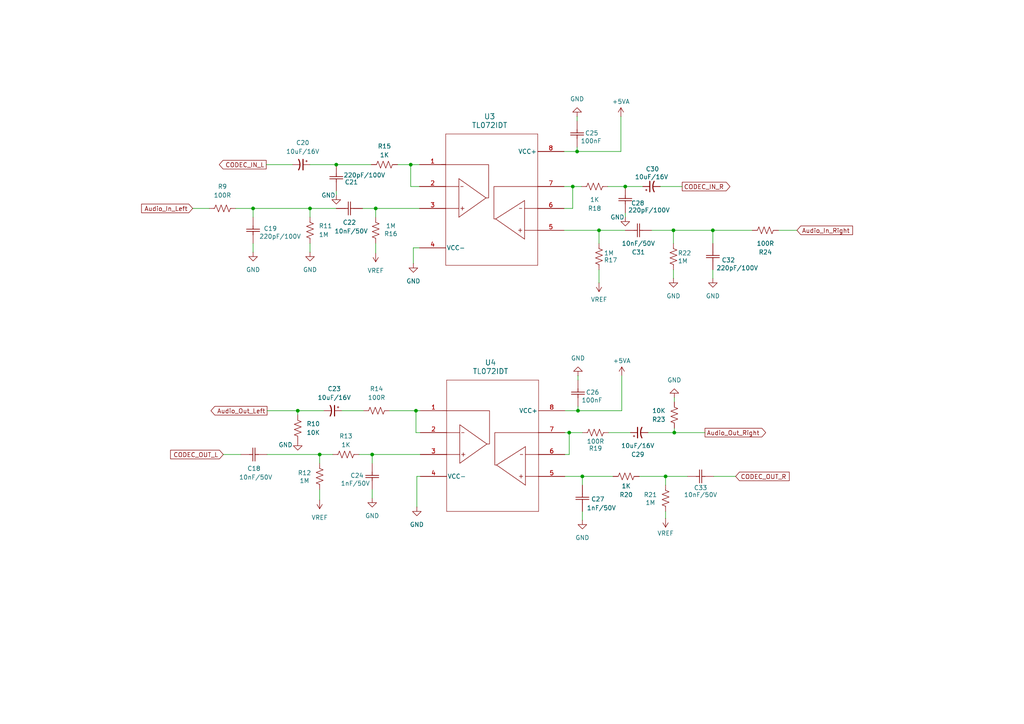
<source format=kicad_sch>
(kicad_sch (version 20231120) (generator "eeschema") (generator_version "8.0")
  (paper "A4")
  (lib_symbols
    (symbol "Digital_Multi_Effect_Pedal:Ceramic_Cap_SMD_10nF_50V" (pin_numbers hide) (pin_names hide)
      (property "Reference" "C" (at 2.286 2.794 0))
      (property "Value" "10nF/50V" (at 0.254 5.334 0))
      (symbol "Ceramic_Cap_SMD_10nF_50V_1_1"
        (polyline (pts (xy 2.54 0) (xy 3.4798 0)) (stroke (width 0.2032)))
        (polyline (pts (xy 3.4798 -1.905) (xy 3.4798 1.905)) (stroke (width 0.2032)))
        (polyline (pts (xy 4.1148 -1.905) (xy 4.1148 1.905)) (stroke (width 0.2032)))
        (polyline (pts (xy 4.1148 0) (xy 5.08 0)) (stroke (width 0.2032)))
        (pin unspecified line (at 0 0 0) (length 2.54) (name "") (number "1"))
        (pin unspecified line (at 7.62 0 180) (length 2.54) (name "") (number "2"))
      )
    )
    (symbol "Digital_Multi_Effect_Pedal:Ceramic_Cap_SMD_220pF_100V" (pin_numbers hide) (pin_names hide)
      (property "Reference" "C" (at 2.286 2.794 0))
      (property "Value" "220pF/100V" (at 0.254 5.334 0))
      (symbol "Ceramic_Cap_SMD_220pF_100V_1_1"
        (polyline (pts (xy 2.54 0) (xy 3.4798 0)) (stroke (width 0.2032)))
        (polyline (pts (xy 3.4798 -1.905) (xy 3.4798 1.905)) (stroke (width 0.2032)))
        (polyline (pts (xy 4.1148 -1.905) (xy 4.1148 1.905)) (stroke (width 0.2032)))
        (polyline (pts (xy 4.1148 0) (xy 5.08 0)) (stroke (width 0.2032)))
        (pin unspecified line (at 0 0 0) (length 2.54) (name "") (number "1"))
        (pin unspecified line (at 7.62 0 180) (length 2.54) (name "") (number "2"))
      )
    )
    (symbol "Digital_Multi_Effect_Pedal:Res_100_0603_1%" (pin_numbers hide) (pin_names hide)
      (property "Reference" "R" (at 3.556 2.54 0))
      (property "Value" "100R/1%/1_10W" (at 4.064 -2.54 0))
      (symbol "Res_100_0603_1%_0_1"
        (polyline (pts (xy 1.524 0) (xy 1.27 0)))
        (polyline (pts (xy 6.096 0) (xy 6.35 0)))
        (polyline (pts (xy 1.524 0) (xy 1.905 1.016) (xy 2.286 0) (xy 2.667 -1.016) (xy 3.048 0)))
        (polyline (pts (xy 3.048 0) (xy 3.429 1.016) (xy 3.81 0) (xy 4.191 -1.016) (xy 4.572 0)))
        (polyline (pts (xy 4.572 0) (xy 4.953 1.016) (xy 5.334 0) (xy 5.715 -1.016) (xy 6.096 0)))
      )
      (symbol "Res_100_0603_1%_1_1"
        (pin passive line (at 0 0 0) (length 1.27) (name "~") (number "1"))
        (pin passive line (at 7.62 0 180) (length 1.27) (name "~") (number "2"))
      )
    )
    (symbol "Digital_Multi_Effect_Pedal:TL072IDT" (pin_names (offset 0.254))
      (property "Reference" "U" (at 51.562 56.388 0))
      (property "Value" "TL072IDT" (at 51.562 53.848 0))
      (symbol "TL072IDT_0_1"
        (polyline (pts (xy 38.1 12.7) (xy 64.77 12.7)) (stroke (width 0.127)))
        (polyline (pts (xy 38.1 50.8) (xy 38.1 12.7)) (stroke (width 0.127)))
        (polyline (pts (xy 64.77 12.7) (xy 64.77 50.8)) (stroke (width 0.127)))
        (polyline (pts (xy 64.77 50.8) (xy 38.1 50.8)) (stroke (width 0.127)))
        (pin power_in line (at 30.48 22.86 0) (length 7.62) (name "VCC-") (number "4"))
      )
      (symbol "TL072IDT_1_1"
        (polyline (pts (xy 38.1 29.21) (xy 41.91 29.21)))
        (polyline (pts (xy 38.1 30.48) (xy 38.1 30.48)))
        (polyline (pts (xy 38.1 35.56) (xy 41.91 35.56)))
        (polyline (pts (xy 41.91 26.67) (xy 41.91 37.846)))
        (polyline (pts (xy 42.418 29.21) (xy 43.434 29.21)))
        (polyline (pts (xy 42.418 35.56) (xy 43.18 35.56)))
        (polyline (pts (xy 42.926 29.718) (xy 42.926 28.702)))
        (polyline (pts (xy 49.276 33.274) (xy 49.276 33.274)))
        (polyline (pts (xy 54.864 26.416) (xy 54.864 26.416)))
        (polyline (pts (xy 59.69 22.352) (xy 59.69 23.368)))
        (polyline (pts (xy 60.198 22.86) (xy 59.182 22.86)))
        (polyline (pts (xy 60.198 29.21) (xy 59.436 29.21)))
        (polyline (pts (xy 60.96 31.496) (xy 60.96 20.32)))
        (polyline (pts (xy 64.77 22.86) (xy 60.96 22.86)))
        (polyline (pts (xy 64.77 29.21) (xy 60.96 29.21)))
        (polyline (pts (xy 41.91 37.846) (xy 49.784 32.258) (xy 41.91 26.67)))
        (polyline (pts (xy 60.96 20.32) (xy 52.578 26.162) (xy 60.96 31.496)))
        (polyline (pts (xy 49.784 32.258) (xy 50.546 32.258) (xy 50.546 41.91) (xy 36.83 41.91)))
        (polyline (pts (xy 52.578 26.162) (xy 52.07 26.162) (xy 52.07 35.56) (xy 64.77 35.56)))
        (pin output line (at 30.48 41.91 0) (length 7.62) (name "") (number "1"))
        (pin input line (at 30.48 35.56 0) (length 7.62) (name "") (number "2"))
        (pin input line (at 30.48 29.21 0) (length 7.62) (name "") (number "3"))
        (pin input line (at 72.39 22.86 180) (length 7.62) (name "") (number "5"))
        (pin input line (at 72.39 29.21 180) (length 7.62) (name "") (number "6"))
        (pin output line (at 72.39 35.56 180) (length 7.62) (name "") (number "7"))
        (pin power_in line (at 72.39 41.91 180) (length 7.62) (name "VCC+") (number "8"))
      )
    )
    (symbol "TL072IDT_1" (pin_names (offset 0.254))
      (property "Reference" "U" (at 51.562 56.388 0))
      (property "Value" "TL072IDT" (at 51.562 53.848 0))
      (symbol "TL072IDT_1_0_1"
        (polyline (pts (xy 38.1 12.7) (xy 64.77 12.7)) (stroke (width 0.127)))
        (polyline (pts (xy 38.1 50.8) (xy 38.1 12.7)) (stroke (width 0.127)))
        (polyline (pts (xy 64.77 12.7) (xy 64.77 50.8)) (stroke (width 0.127)))
        (polyline (pts (xy 64.77 50.8) (xy 38.1 50.8)) (stroke (width 0.127)))
        (pin power_in line (at 30.48 17.78 0) (length 7.62) (name "VCC-") (number "4"))
      )
      (symbol "TL072IDT_1_1_1"
        (polyline (pts (xy 38.1 29.21) (xy 41.91 29.21)))
        (polyline (pts (xy 38.1 30.48) (xy 38.1 30.48)))
        (polyline (pts (xy 38.1 35.56) (xy 41.91 35.56)))
        (polyline (pts (xy 41.91 26.67) (xy 41.91 37.846)))
        (polyline (pts (xy 42.418 29.21) (xy 43.434 29.21)))
        (polyline (pts (xy 42.418 35.56) (xy 43.18 35.56)))
        (polyline (pts (xy 42.926 29.718) (xy 42.926 28.702)))
        (polyline (pts (xy 49.276 33.274) (xy 49.276 33.274)))
        (polyline (pts (xy 54.864 26.416) (xy 54.864 26.416)))
        (polyline (pts (xy 59.69 22.352) (xy 59.69 23.368)))
        (polyline (pts (xy 60.198 22.86) (xy 59.182 22.86)))
        (polyline (pts (xy 60.198 29.21) (xy 59.436 29.21)))
        (polyline (pts (xy 60.96 31.496) (xy 60.96 20.32)))
        (polyline (pts (xy 64.77 22.86) (xy 60.96 22.86)))
        (polyline (pts (xy 64.77 29.21) (xy 60.96 29.21)))
        (polyline (pts (xy 41.91 37.846) (xy 49.784 32.258) (xy 41.91 26.67)))
        (polyline (pts (xy 60.96 20.32) (xy 52.578 26.162) (xy 60.96 31.496)))
        (polyline (pts (xy 49.784 32.258) (xy 50.546 32.258) (xy 50.546 41.91) (xy 36.83 41.91)))
        (polyline (pts (xy 52.578 26.162) (xy 52.07 26.162) (xy 52.07 35.56) (xy 64.77 35.56)))
        (pin output line (at 30.48 41.91 0) (length 7.62) (name "") (number "1"))
        (pin input line (at 30.48 35.56 0) (length 7.62) (name "") (number "2"))
        (pin input line (at 30.48 29.21 0) (length 7.62) (name "") (number "3"))
        (pin input line (at 72.39 22.86 180) (length 7.62) (name "") (number "5"))
        (pin input line (at 72.39 29.21 180) (length 7.62) (name "") (number "6"))
        (pin output line (at 72.39 35.56 180) (length 7.62) (name "") (number "7"))
        (pin power_in line (at 72.39 45.72 180) (length 7.62) (name "VCC+") (number "8"))
      )
    )
    (symbol "charge_battery_sym_lib:Cap_Tantalum_10uF_16V" (pin_numbers hide) (pin_names (offset 1.016) hide)
      (property "Reference" "C" (at 0 3.81 0))
      (property "Value" "10uF/16V" (at 0 -5.08 0))
      (symbol "Cap_Tantalum_10uF_16V_0_1"
        (polyline (pts (xy 1.016 -1.27) (xy 1.016 -0.762)))
        (polyline (pts (xy 1.27 -1.016) (xy 0.762 -1.016)))
        (polyline (pts (xy 2.032 -1.524) (xy 2.032 1.524)) (stroke (width 0.3048)))
        (arc (start 3.302 1.524) (mid 2.9134 0) (end 3.302 -1.524) (stroke (width 0.3048)))
      )
      (symbol "Cap_Tantalum_10uF_16V_1_1"
        (pin passive line (at 0 0 0) (length 2.032) (name "~") (number "1"))
        (pin passive line (at 5.08 0 180) (length 2.032) (name "~") (number "2"))
      )
    )
    (symbol "charge_battery_sym_lib:Ceramic_Cap_SMD_100nF_16V" (pin_numbers hide) (pin_names hide)
      (property "Reference" "C" (at 1.016 2.794 0))
      (property "Value" "100nF/16V" (at 0.254 5.334 0))
      (symbol "Ceramic_Cap_SMD_100nF_16V_1_1"
        (polyline (pts (xy 1.27 0) (xy 2.2098 0)) (stroke (width 0.2032)))
        (polyline (pts (xy 2.2098 -1.905) (xy 2.2098 1.905)) (stroke (width 0.2032)))
        (polyline (pts (xy 2.8448 -1.905) (xy 2.8448 1.905)) (stroke (width 0.2032)))
        (polyline (pts (xy 2.8448 0) (xy 3.81 0)) (stroke (width 0.2032)))
        (pin unspecified line (at -1.27 0 0) (length 2.54) (name "") (number "1"))
        (pin unspecified line (at 6.35 0 180) (length 2.54) (name "") (number "2"))
      )
    )
    (symbol "charge_battery_sym_lib:Ceramic_Cap_SMD_1nF_50V" (pin_numbers hide) (pin_names hide)
      (property "Reference" "C" (at 1.016 2.794 0))
      (property "Value" "1nF/50V" (at 0.254 5.334 0))
      (symbol "Ceramic_Cap_SMD_1nF_50V_1_1"
        (polyline (pts (xy 1.27 0) (xy 2.2098 0)) (stroke (width 0.2032)))
        (polyline (pts (xy 2.2098 -1.905) (xy 2.2098 1.905)) (stroke (width 0.2032)))
        (polyline (pts (xy 2.8448 -1.905) (xy 2.8448 1.905)) (stroke (width 0.2032)))
        (polyline (pts (xy 2.8448 0) (xy 3.81 0)) (stroke (width 0.2032)))
        (pin unspecified line (at -1.27 0 0) (length 2.54) (name "") (number "1"))
        (pin unspecified line (at 6.35 0 180) (length 2.54) (name "") (number "2"))
      )
    )
    (symbol "charge_battery_sym_lib:Res_10K_0603_1%" (pin_numbers hide) (pin_names hide)
      (property "Reference" "R" (at 2.794 3.81 0))
      (property "Value" "10K/1%/1_10W" (at 4.064 -2.54 0))
      (symbol "Res_10K_0603_1%_0_1"
        (polyline (pts (xy 1.524 0) (xy 1.27 0)))
        (polyline (pts (xy 6.096 0) (xy 6.35 0)))
        (polyline (pts (xy 1.524 0) (xy 1.905 1.016) (xy 2.286 0) (xy 2.667 -1.016) (xy 3.048 0)))
        (polyline (pts (xy 3.048 0) (xy 3.429 1.016) (xy 3.81 0) (xy 4.191 -1.016) (xy 4.572 0)))
        (polyline (pts (xy 4.572 0) (xy 4.953 1.016) (xy 5.334 0) (xy 5.715 -1.016) (xy 6.096 0)))
      )
      (symbol "Res_10K_0603_1%_1_1"
        (pin passive line (at 0 0 0) (length 1.27) (name "~") (number "1"))
        (pin passive line (at 7.62 0 180) (length 1.27) (name "~") (number "2"))
      )
    )
    (symbol "charge_battery_sym_lib:Res_1K_0603_1%" (pin_numbers hide) (pin_names hide)
      (property "Reference" "R" (at 3.556 2.54 0))
      (property "Value" "1K/1%/1_10W" (at 4.064 -2.54 0))
      (symbol "Res_1K_0603_1%_0_1"
        (polyline (pts (xy 1.524 0) (xy 1.27 0)))
        (polyline (pts (xy 6.096 0) (xy 6.35 0)))
        (polyline (pts (xy 1.524 0) (xy 1.905 1.016) (xy 2.286 0) (xy 2.667 -1.016) (xy 3.048 0)))
        (polyline (pts (xy 3.048 0) (xy 3.429 1.016) (xy 3.81 0) (xy 4.191 -1.016) (xy 4.572 0)))
        (polyline (pts (xy 4.572 0) (xy 4.953 1.016) (xy 5.334 0) (xy 5.715 -1.016) (xy 6.096 0)))
      )
      (symbol "Res_1K_0603_1%_1_1"
        (pin passive line (at 0 0 0) (length 1.27) (name "~") (number "1"))
        (pin passive line (at 7.62 0 180) (length 1.27) (name "~") (number "2"))
      )
    )
    (symbol "charge_battery_sym_lib:Res_1M_0603_1%" (pin_numbers hide) (pin_names hide)
      (property "Reference" "R" (at 3.556 2.54 0))
      (property "Value" "1M/1%/1_10W" (at 4.064 -2.54 0))
      (symbol "Res_1M_0603_1%_0_1"
        (polyline (pts (xy 1.524 0) (xy 1.27 0)))
        (polyline (pts (xy 6.096 0) (xy 6.35 0)))
        (polyline (pts (xy 1.524 0) (xy 1.905 1.016) (xy 2.286 0) (xy 2.667 -1.016) (xy 3.048 0)))
        (polyline (pts (xy 3.048 0) (xy 3.429 1.016) (xy 3.81 0) (xy 4.191 -1.016) (xy 4.572 0)))
        (polyline (pts (xy 4.572 0) (xy 4.953 1.016) (xy 5.334 0) (xy 5.715 -1.016) (xy 6.096 0)))
      )
      (symbol "Res_1M_0603_1%_1_1"
        (pin passive line (at 0 0 0) (length 1.27) (name "~") (number "1"))
        (pin passive line (at 7.62 0 180) (length 1.27) (name "~") (number "2"))
      )
    )
    (symbol "power:+5V" (power) (pin_numbers hide) (pin_names (offset 0) hide)
      (property "Value" "+5V" (at 0 3.556 0))
      (symbol "+5V_0_1"
        (polyline (pts (xy -0.762 1.27) (xy 0 2.54)))
        (polyline (pts (xy 0 0) (xy 0 2.54)))
        (polyline (pts (xy 0 2.54) (xy 0.762 1.27)))
      )
      (symbol "+5V_1_1"
        (pin power_in line (at 0 0 90) (length 0) (name "~") (number "1"))
      )
    )
    (symbol "power:GND" (power) (pin_numbers hide) (pin_names (offset 0) hide)
      (property "Value" "GND" (at 0 -3.81 0))
      (symbol "GND_0_1"
        (polyline (pts (xy 0 0) (xy 0 -1.27) (xy 1.27 -1.27) (xy 0 -2.54) (xy -1.27 -1.27) (xy 0 -1.27)))
      )
      (symbol "GND_1_1"
        (pin power_in line (at 0 0 270) (length 0) (name "~") (number "1"))
      )
    )
    (symbol "power:VBUS" (power) (pin_numbers hide) (pin_names (offset 0) hide)
      (property "Value" "VBUS" (at 0 3.556 0))
      (symbol "VBUS_0_1"
        (polyline (pts (xy -0.762 1.27) (xy 0 2.54)))
        (polyline (pts (xy 0 0) (xy 0 2.54)))
        (polyline (pts (xy 0 2.54) (xy 0.762 1.27)))
      )
      (symbol "VBUS_1_1"
        (pin power_in line (at 0 0 90) (length 0) (name "~") (number "1"))
      )
    )
  )
  (junction (at 120.65 119.126))
  (junction (at 181.356 54.102))
  (junction (at 119.126 47.752))
  (junction (at 173.736 66.802))
  (junction (at 86.36 119.126))
  (junction (at 165.1 125.476))
  (junction (at 97.536 47.752))
  (junction (at 108.966 60.452))
  (junction (at 167.386 43.942))
  (junction (at 73.406 60.452))
  (junction (at 166.116 54.102))
  (junction (at 92.71 131.826))
  (junction (at 195.326 66.802))
  (junction (at 193.04 138.176))
  (junction (at 167.64 119.126))
  (junction (at 168.91 138.176))
  (junction (at 89.916 60.452))
  (junction (at 206.756 66.802))
  (junction (at 107.95 131.826))
  (junction (at 195.58 125.476))
  (wire (pts (xy 92.71 134.366) (xy 92.71 131.826)))
  (wire (pts (xy 77.47 119.126) (xy 86.36 119.126)))
  (wire (pts (xy 195.326 66.802) (xy 195.326 70.612)))
  (wire (pts (xy 73.406 60.452) (xy 73.406 62.992)))
  (wire (pts (xy 173.736 78.232) (xy 173.736 82.042)))
  (wire (pts (xy 120.65 119.126) (xy 121.92 119.126)))
  (wire (pts (xy 188.976 66.802) (xy 195.326 66.802)))
  (wire (pts (xy 104.14 131.826) (xy 107.95 131.826)))
  (wire (pts (xy 89.916 70.612) (xy 89.916 73.152)))
  (wire (pts (xy 166.116 54.102) (xy 163.576 54.102)))
  (wire (pts (xy 204.47 125.476) (xy 195.58 125.476)))
  (wire (pts (xy 176.276 54.102) (xy 181.356 54.102)))
  (wire (pts (xy 89.916 60.452) (xy 89.916 62.992)))
  (wire (pts (xy 173.736 66.802) (xy 173.736 70.612)))
  (wire (pts (xy 108.966 62.992) (xy 108.966 60.452)))
  (wire (pts (xy 115.316 47.752) (xy 119.126 47.752)))
  (wire (pts (xy 73.406 70.612) (xy 73.406 73.152)))
  (wire (pts (xy 167.386 33.782) (xy 167.386 35.052)))
  (wire (pts (xy 168.91 138.176) (xy 168.91 140.716)))
  (wire (pts (xy 167.386 43.942) (xy 163.576 43.942)))
  (wire (pts (xy 168.656 54.102) (xy 166.116 54.102)))
  (wire (pts (xy 165.1 131.826) (xy 165.1 125.476)))
  (wire (pts (xy 163.576 60.452) (xy 166.116 60.452)))
  (wire (pts (xy 108.966 70.612) (xy 108.966 73.406)))
  (wire (pts (xy 167.64 119.126) (xy 180.34 119.126)))
  (wire (pts (xy 120.65 125.476) (xy 120.65 119.126)))
  (wire (pts (xy 64.77 131.826) (xy 69.85 131.826)))
  (wire (pts (xy 167.386 43.942) (xy 180.086 43.942)))
  (wire (pts (xy 187.96 125.476) (xy 195.58 125.476)))
  (wire (pts (xy 193.04 138.176) (xy 185.42 138.176)))
  (wire (pts (xy 206.756 78.232) (xy 206.756 80.772)))
  (wire (pts (xy 89.916 60.452) (xy 97.536 60.452)))
  (wire (pts (xy 173.736 66.802) (xy 181.356 66.802)))
  (wire (pts (xy 97.536 47.752) (xy 107.696 47.752)))
  (wire (pts (xy 193.04 140.716) (xy 193.04 138.176)))
  (wire (pts (xy 105.156 60.452) (xy 108.966 60.452)))
  (wire (pts (xy 195.326 78.232) (xy 195.326 80.772)))
  (wire (pts (xy 193.04 150.368) (xy 193.04 148.336)))
  (wire (pts (xy 163.576 66.802) (xy 173.736 66.802)))
  (wire (pts (xy 167.64 117.856) (xy 167.64 119.126)))
  (wire (pts (xy 213.36 138.176) (xy 207.01 138.176)))
  (wire (pts (xy 182.88 125.476) (xy 176.53 125.476)))
  (wire (pts (xy 186.436 54.102) (xy 181.356 54.102)))
  (wire (pts (xy 165.1 125.476) (xy 163.83 125.476)))
  (wire (pts (xy 206.756 66.802) (xy 218.186 66.802)))
  (wire (pts (xy 168.91 125.476) (xy 165.1 125.476)))
  (wire (pts (xy 89.916 47.752) (xy 97.536 47.752)))
  (wire (pts (xy 181.356 61.722) (xy 181.356 62.992)))
  (wire (pts (xy 180.086 43.942) (xy 180.086 33.782)))
  (wire (pts (xy 195.58 125.476) (xy 195.58 124.206)))
  (wire (pts (xy 167.64 119.126) (xy 163.83 119.126)))
  (wire (pts (xy 121.666 54.102) (xy 119.126 54.102)))
  (wire (pts (xy 168.91 138.176) (xy 163.83 138.176)))
  (wire (pts (xy 120.904 138.176) (xy 120.904 147.066)))
  (wire (pts (xy 121.666 71.882) (xy 119.888 71.882)))
  (wire (pts (xy 107.95 131.826) (xy 121.92 131.826)))
  (wire (pts (xy 86.36 119.126) (xy 86.36 120.396)))
  (wire (pts (xy 163.83 131.826) (xy 165.1 131.826)))
  (wire (pts (xy 167.386 42.672) (xy 167.386 43.942)))
  (wire (pts (xy 113.03 119.126) (xy 120.65 119.126)))
  (wire (pts (xy 121.92 125.476) (xy 120.65 125.476)))
  (wire (pts (xy 180.34 119.126) (xy 180.34 108.966)))
  (wire (pts (xy 121.92 138.176) (xy 120.904 138.176)))
  (wire (pts (xy 55.88 60.452) (xy 60.706 60.452)))
  (wire (pts (xy 92.71 141.986) (xy 92.71 145.034)))
  (wire (pts (xy 77.47 131.826) (xy 92.71 131.826)))
  (wire (pts (xy 108.966 60.452) (xy 121.666 60.452)))
  (wire (pts (xy 97.536 55.372) (xy 97.536 56.642)))
  (wire (pts (xy 197.866 54.102) (xy 191.516 54.102)))
  (wire (pts (xy 231.14 66.802) (xy 225.806 66.802)))
  (wire (pts (xy 77.216 47.752) (xy 84.836 47.752)))
  (wire (pts (xy 119.126 54.102) (xy 119.126 47.752)))
  (wire (pts (xy 107.95 131.826) (xy 107.95 134.366)))
  (wire (pts (xy 195.58 115.316) (xy 195.58 116.586)))
  (wire (pts (xy 119.126 47.752) (xy 121.666 47.752)))
  (wire (pts (xy 199.39 138.176) (xy 193.04 138.176)))
  (wire (pts (xy 92.71 131.826) (xy 96.52 131.826)))
  (wire (pts (xy 119.888 71.882) (xy 119.888 76.454)))
  (wire (pts (xy 167.64 108.966) (xy 167.64 110.236)))
  (wire (pts (xy 168.91 138.176) (xy 177.8 138.176)))
  (wire (pts (xy 195.326 66.802) (xy 206.756 66.802)))
  (wire (pts (xy 93.98 119.126) (xy 86.36 119.126)))
  (wire (pts (xy 68.326 60.452) (xy 73.406 60.452)))
  (wire (pts (xy 166.116 60.452) (xy 166.116 54.102)))
  (wire (pts (xy 168.91 148.336) (xy 168.91 150.876)))
  (wire (pts (xy 206.756 66.802) (xy 206.756 70.612)))
  (wire (pts (xy 99.06 119.126) (xy 105.41 119.126)))
  (wire (pts (xy 107.95 141.986) (xy 107.95 144.526)))
  (wire (pts (xy 73.406 60.452) (xy 89.916 60.452)))
  (global_label "Audio_Out_Right" (shape output) (at 204.47 125.476 0) (property "Intersheetrefs" "${INTERSHEET_REFS}" (effects (hide yes))))
  (global_label "Audio_Out_Left" (shape output) (at 77.47 119.126 180) (property "Intersheetrefs" "${INTERSHEET_REFS}" (effects (hide yes))))
  (global_label "Audio_In_Left" (shape input) (at 55.88 60.452 180) (property "Intersheetrefs" "${INTERSHEET_REFS}" (effects (hide yes))))
  (global_label "CODEC_OUT_L" (shape input) (at 64.77 131.826 180) (property "Intersheetrefs" "${INTERSHEET_REFS}" (effects (hide yes))))
  (global_label "CODEC_OUT_R" (shape input) (at 213.36 138.176 0) (property "Intersheetrefs" "${INTERSHEET_REFS}" (effects (hide yes))))
  (global_label "CODEC_IN_R" (shape output) (at 197.866 54.102 0) (property "Intersheetrefs" "${INTERSHEET_REFS}" (effects (hide yes))))
  (global_label "CODEC_IN_L" (shape output) (at 77.216 47.752 180) (property "Intersheetrefs" "${INTERSHEET_REFS}" (effects (hide yes))))
  (global_label "Audio_In_Right" (shape input) (at 231.14 66.802 0) (property "Intersheetrefs" "${INTERSHEET_REFS}" (effects (hide yes))))
  (symbol (lib_id "power:GND") (at 89.916 73.152 0) (unit 1)
    (property "Reference" "#PWR037" (effects (hide yes)))
    (property "Value" "GND" (at 89.916 78.232 0))
    (property "Description" "Power symbol creates a global label with name \"GND\" , ground" (effects (hide yes)))
  )
  (symbol (lib_id "power:GND") (at 86.36 128.016 0) (unit 1)
    (property "Reference" "#PWR036" (effects (hide yes)))
    (property "Value" "GND" (at 82.804 129.032 0))
    (property "Description" "Power symbol creates a global label with name \"GND\" , ground" (effects (hide yes)))
  )
  (symbol (lib_id "charge_battery_sym_lib:Cap_Tantalum_10uF_16V") (at 99.06 119.126 180) (unit 1)
    (property "Reference" "C23" (at 96.9518 112.776 0))
    (property "Value" "10uF/16V" (at 96.9518 115.316 0))
    (property "Footprint" "charge_battery_footprint_lib:Tan_Cap_A" (effects (hide yes)))
    (property "Description" "TAJA105K016RNJ" (effects (hide yes)))
    (property "Supply name" "Thegioiic" (effects (hide yes)))
    (property "Supply part number" "Tụ Tantalum 10uF 16V 1206 TAJA106K016RNJ" (effects (hide yes)))
    (property "Supply URL" "https://www.thegioiic.com/tu-tantalum-10uf-16v-1206-taja106k016rnj" (effects (hide yes)))
  )
  (symbol (lib_id "Digital_Multi_Effect_Pedal:Res_100_0603_1%") (at 105.41 119.126 0) (unit 1)
    (property "Reference" "R14" (at 109.22 112.776 0))
    (property "Value" "100R" (at 109.22 115.316 0))
    (property "Footprint" "charge_battery_footprint_lib:Res_0603" (effects (hide yes)))
    (property "Datasheet" "https://fscdn.rohm.com/en/products/databook/datasheet/passive/resistor/chip_resistor/esr-e.pdf" (effects (hide yes)))
    (property "Description" "Res 100R 0603 1%" (effects (hide yes)))
    (property "Supply name" "Thegioiic" (effects (hide yes)))
    (property "Supply part number" "Điện Trở 100R 0603 1%" (effects (hide yes)))
    (property "Supply URL" "https://www.thegioiic.com/products?search=tro+100" (effects (hide yes)))
  )
  (symbol (lib_id "Digital_Multi_Effect_Pedal:Res_100_0603_1%") (at 176.53 125.476 180) (unit 1)
    (property "Reference" "R19" (at 172.72 130.048 0))
    (property "Value" "100R" (at 172.72 128.016 0))
    (property "Footprint" "charge_battery_footprint_lib:Res_0603" (effects (hide yes)))
    (property "Datasheet" "https://fscdn.rohm.com/en/products/databook/datasheet/passive/resistor/chip_resistor/esr-e.pdf" (effects (hide yes)))
    (property "Description" "Res 100R 0603 1%" (effects (hide yes)))
    (property "Supply name" "Thegioiic" (effects (hide yes)))
    (property "Supply part number" "Điện Trở 100R 0603 1%" (effects (hide yes)))
    (property "Supply URL" "https://www.thegioiic.com/products?search=tro+100" (effects (hide yes)))
  )
  (symbol (lib_id "charge_battery_sym_lib:Cap_Tantalum_10uF_16V") (at 89.916 47.752 180) (unit 1)
    (property "Reference" "C20" (at 87.8078 41.402 0))
    (property "Value" "10uF/16V" (at 87.8078 43.942 0))
    (property "Footprint" "charge_battery_footprint_lib:Tan_Cap_A" (effects (hide yes)))
    (property "Description" "TAJA105K016RNJ" (effects (hide yes)))
    (property "Supply name" "Thegioiic" (effects (hide yes)))
    (property "Supply part number" "Tụ Tantalum 10uF 16V 1206 TAJA106K016RNJ" (effects (hide yes)))
    (property "Supply URL" "https://www.thegioiic.com/tu-tantalum-10uf-16v-1206-taja106k016rnj" (effects (hide yes)))
  )
  (symbol (lib_name "TL072IDT_1") (lib_id "Digital_Multi_Effect_Pedal:TL072IDT") (at 91.186 89.662 0) (unit 1)
    (property "Reference" "U3" (at 142.0177 33.782 0) (effects (font (size 1.524 1.524))))
    (property "Value" "TL072IDT" (at 142.0177 36.322 0) (effects (font (size 1.524 1.524))))
    (property "Footprint" "Digital_Multi_Effect_Pedal:D8_STM" (effects (hide yes)))
    (property "Datasheet" "TL072IDT" (effects (hide yes)))
  )
  (symbol (lib_id "charge_battery_sym_lib:Res_1M_0603_1%") (at 89.916 70.612 90) (unit 1)
    (property "Reference" "R11" (at 92.456 65.5319 90) (effects (justify right)))
    (property "Value" "1M" (at 92.456 68.0719 90) (effects (justify right)))
    (property "Footprint" "charge_battery_footprint_lib:Res_0603" (effects (hide yes)))
    (property "Description" "Res 1MOhm 0603 1%" (effects (hide yes)))
    (property "Supply name" "Thegioiic" (effects (hide yes)))
    (property "Supply part number" "Điện Trở 1 MOhm 0603 1%" (effects (hide yes)))
    (property "Supply URL" "https://www.thegioiic.com/dien-tro-1-mohm-0603-1-" (effects (hide yes)))
  )
  (symbol (lib_id "charge_battery_sym_lib:Res_1K_0603_1%") (at 107.696 47.752 0) (unit 1)
    (property "Reference" "R15" (at 111.506 42.418 0))
    (property "Value" "1K" (at 111.506 44.958 0))
    (property "Footprint" "charge_battery_footprint_lib:Res_0603" (effects (hide yes)))
    (property "Datasheet" "https://fscdn.rohm.com/en/products/databook/datasheet/passive/resistor/chip_resistor/esr-e.pdf" (effects (hide yes)))
    (property "Description" "Res 1 KOhm 0603 1%" (effects (hide yes)))
    (property "Supply name" "Thegioiic" (effects (hide yes)))
    (property "Supply part number" "Điện Trở 1 KOhm 0603 1%" (effects (hide yes)))
    (property "Supply URL" "https://www.thegioiic.com/dien-tro-1-kohm-0603-1-" (effects (hide yes)))
  )
  (symbol (lib_id "power:GND") (at 73.406 73.152 0) (unit 1)
    (property "Reference" "#PWR035" (effects (hide yes)))
    (property "Value" "GND" (at 73.406 78.232 0))
    (property "Description" "Power symbol creates a global label with name \"GND\" , ground" (effects (hide yes)))
  )
  (symbol (lib_id "charge_battery_sym_lib:Res_1M_0603_1%") (at 108.966 62.992 270) (unit 1)
    (property "Reference" "R16" (at 115.316 67.818 90) (effects (justify right)))
    (property "Value" "1M" (at 114.808 65.532 90) (effects (justify right)))
    (property "Footprint" "charge_battery_footprint_lib:Res_0603" (effects (hide yes)))
    (property "Description" "Res 1MOhm 0603 1%" (effects (hide yes)))
    (property "Supply name" "Thegioiic" (effects (hide yes)))
    (property "Supply part number" "Điện Trở 1 MOhm 0603 1%" (effects (hide yes)))
    (property "Supply URL" "https://www.thegioiic.com/dien-tro-1-mohm-0603-1-" (effects (hide yes)))
  )
  (symbol (lib_id "charge_battery_sym_lib:Cap_Tantalum_10uF_16V") (at 182.88 125.476 0) (unit 1)
    (property "Reference" "C29" (at 184.9882 131.826 0))
    (property "Value" "10uF/16V" (at 184.9882 129.286 0))
    (property "Footprint" "charge_battery_footprint_lib:Tan_Cap_A" (effects (hide yes)))
    (property "Description" "TAJA105K016RNJ" (effects (hide yes)))
    (property "Supply name" "Thegioiic" (effects (hide yes)))
    (property "Supply part number" "Tụ Tantalum 10uF 16V 1206 TAJA106K016RNJ" (effects (hide yes)))
    (property "Supply URL" "https://www.thegioiic.com/tu-tantalum-10uf-16v-1206-taja106k016rnj" (effects (hide yes)))
  )
  (symbol (lib_id "power:VBUS") (at 173.736 82.042 180) (unit 1)
    (property "Reference" "#PWR047" (effects (hide yes)))
    (property "Value" "VREF" (at 173.736 86.868 0))
    (property "Description" "Power symbol creates a global label with name \"VBUS\"" (effects (hide yes)))
  )
  (symbol (lib_id "Digital_Multi_Effect_Pedal:Ceramic_Cap_SMD_10nF_50V") (at 207.01 138.176 180) (unit 1)
    (property "Reference" "C33" (at 203.2 141.478 0))
    (property "Value" "10nF/50V" (at 203.2 143.51 0))
    (property "Footprint" "charge_battery_footprint_lib:Ceramic_Cap_0603" (effects (hide yes)))
    (property "Datasheet" "https://www.mouser.vn/datasheet/2/40/KYOCERA_AutoMLCCKAM-3106308.pdf" (effects (hide yes)))
    (property "Description" "10%, 0603 (1608 Metric)" (effects (hide yes)))
    (property "Supply name" "Thegioiic" (effects (hide yes)))
    (property "Supply part number" "Tụ Gốm 0603 10nF 50V" (effects (hide yes)))
    (property "Supply URL" "https://www.thegioiic.com/tu-gom-0603-10nf-50v" (effects (hide yes)))
  )
  (symbol (lib_id "charge_battery_sym_lib:Ceramic_Cap_SMD_100nF_16V") (at 167.64 111.506 270) (unit 1)
    (property "Reference" "C26" (at 169.926 113.792 90) (effects (justify left)))
    (property "Value" "100nF" (at 168.656 116.078 90) (effects (justify left)))
    (property "Footprint" "charge_battery_footprint_lib:Ceramic_Cap_0603" (effects (hide yes)))
    (property "Datasheet" "https://www.mouser.vn/datasheet/2/40/KYOCERA_AutoMLCCKAM-3106308.pdf" (effects (hide yes)))
    (property "Description" "10%, 0603 (1608 Metric)" (effects (hide yes)))
    (property "Supply name" "Thegioiic" (effects (hide yes)))
    (property "Supply part number" "Tụ Gốm 0603 100nF (0.1uF) 16V" (effects (hide yes)))
    (property "Supply URL" "https://www.thegioiic.com/tu-gom-0603-100nf-0-1uf-16v" (effects (hide yes)))
  )
  (symbol (lib_id "Digital_Multi_Effect_Pedal:TL072IDT") (at 91.44 161.036 0) (unit 1)
    (property "Reference" "U4" (at 142.2717 105.156 0) (effects (font (size 1.524 1.524))))
    (property "Value" "TL072IDT" (at 142.2717 107.696 0) (effects (font (size 1.524 1.524))))
    (property "Footprint" "Digital_Multi_Effect_Pedal:D8_STM" (effects (hide yes)))
    (property "Datasheet" "TL072IDT" (effects (hide yes)))
  )
  (symbol (lib_id "power:GND") (at 181.356 62.992 0) (unit 1)
    (property "Reference" "#PWR050" (effects (hide yes)))
    (property "Value" "GND" (at 179.07 62.992 0))
    (property "Description" "Power symbol creates a global label with name \"GND\" , ground" (effects (hide yes)))
  )
  (symbol (lib_id "charge_battery_sym_lib:Res_10K_0603_1%") (at 195.58 116.586 270) (unit 1)
    (property "Reference" "R23" (at 193.04 121.6661 90) (effects (justify right)))
    (property "Value" "10K" (at 193.04 119.1261 90) (effects (justify right)))
    (property "Footprint" "charge_battery_footprint_lib:Res_0603" (effects (hide yes)))
    (property "Datasheet" "https://fscdn.rohm.com/en/products/databook/datasheet/passive/resistor/chip_resistor/esr-e.pdf" (effects (hide yes)))
    (property "Description" "Res 10 KOhm 0603 1%" (effects (hide yes)))
    (property "Supply name" "Thegioiic" (effects (hide yes)))
    (property "Supply part number" "Điện Trở 10 KOhm 0603 1%" (effects (hide yes)))
    (property "Supply URL" "https://www.thegioiic.com/dien-tro-10-kohm-0603-1-" (effects (hide yes)))
  )
  (symbol (lib_id "charge_battery_sym_lib:Res_1M_0603_1%") (at 92.71 141.986 90) (unit 1)
    (property "Reference" "R12" (at 86.36 137.16 90) (effects (justify right)))
    (property "Value" "1M" (at 86.868 139.446 90) (effects (justify right)))
    (property "Footprint" "charge_battery_footprint_lib:Res_0603" (effects (hide yes)))
    (property "Description" "Res 1MOhm 0603 1%" (effects (hide yes)))
    (property "Supply name" "Thegioiic" (effects (hide yes)))
    (property "Supply part number" "Điện Trở 1 MOhm 0603 1%" (effects (hide yes)))
    (property "Supply URL" "https://www.thegioiic.com/dien-tro-1-mohm-0603-1-" (effects (hide yes)))
  )
  (symbol (lib_id "charge_battery_sym_lib:Ceramic_Cap_SMD_1nF_50V") (at 168.91 147.066 90) (unit 1)
    (property "Reference" "C27" (at 171.45 144.78 90) (effects (justify right)))
    (property "Value" "1nF/50V" (at 170.18 147.32 90) (effects (justify right)))
    (property "Footprint" "charge_battery_footprint_lib:Ceramic_Cap_0603" (effects (hide yes)))
    (property "Datasheet" "https://www.mouser.vn/datasheet/2/40/KYOCERA_AutoMLCCKAM-3106308.pdf" (effects (hide yes)))
    (property "Description" "10%, 0603 (1608 Metric)" (effects (hide yes)))
    (property "Supply name" "Thegioiic" (effects (hide yes)))
    (property "Supply part number" "Tụ Gốm 0603 1nF 50V" (effects (hide yes)))
    (property "Supply URL" "https://www.thegioiic.com/tu-gom-0603-1nf-50v" (effects (hide yes)))
  )
  (symbol (lib_id "charge_battery_sym_lib:Res_1K_0603_1%") (at 176.276 54.102 180) (unit 1)
    (property "Reference" "R18" (at 172.466 60.452 0))
    (property "Value" "1K" (at 172.466 57.912 0))
    (property "Footprint" "charge_battery_footprint_lib:Res_0603" (effects (hide yes)))
    (property "Datasheet" "https://fscdn.rohm.com/en/products/databook/datasheet/passive/resistor/chip_resistor/esr-e.pdf" (effects (hide yes)))
    (property "Description" "Res 1 KOhm 0603 1%" (effects (hide yes)))
    (property "Supply name" "Thegioiic" (effects (hide yes)))
    (property "Supply part number" "Điện Trở 1 KOhm 0603 1%" (effects (hide yes)))
    (property "Supply URL" "https://www.thegioiic.com/dien-tro-1-kohm-0603-1-" (effects (hide yes)))
  )
  (symbol (lib_id "Digital_Multi_Effect_Pedal:Ceramic_Cap_SMD_10nF_50V") (at 97.536 60.452 0) (unit 1)
    (property "Reference" "C22" (at 101.346 64.516 0))
    (property "Value" "10nF/50V" (at 101.854 67.056 0))
    (property "Footprint" "charge_battery_footprint_lib:Ceramic_Cap_0603" (effects (hide yes)))
    (property "Datasheet" "https://www.mouser.vn/datasheet/2/40/KYOCERA_AutoMLCCKAM-3106308.pdf" (effects (hide yes)))
    (property "Description" "10%, 0603 (1608 Metric)" (effects (hide yes)))
    (property "Supply name" "Thegioiic" (effects (hide yes)))
    (property "Supply part number" "Tụ Gốm 0603 10nF 50V" (effects (hide yes)))
    (property "Supply URL" "https://www.thegioiic.com/tu-gom-0603-10nf-50v" (effects (hide yes)))
  )
  (symbol (lib_id "Digital_Multi_Effect_Pedal:Res_100_0603_1%") (at 225.806 66.802 180) (unit 1)
    (property "Reference" "R24" (at 221.996 73.152 0))
    (property "Value" "100R" (at 221.996 70.612 0))
    (property "Footprint" "charge_battery_footprint_lib:Res_0603" (effects (hide yes)))
    (property "Datasheet" "https://fscdn.rohm.com/en/products/databook/datasheet/passive/resistor/chip_resistor/esr-e.pdf" (effects (hide yes)))
    (property "Description" "Res 100R 0603 1%" (effects (hide yes)))
    (property "Supply name" "Thegioiic" (effects (hide yes)))
    (property "Supply part number" "Điện Trở 100R 0603 1%" (effects (hide yes)))
    (property "Supply URL" "https://www.thegioiic.com/products?search=tro+100" (effects (hide yes)))
  )
  (symbol (lib_id "power:+5V") (at 180.34 108.966 0) (unit 1)
    (property "Reference" "#PWR049" (effects (hide yes)))
    (property "Value" "+5VA" (at 180.34 104.648 0))
    (property "Description" "Power symbol creates a global label with name \"+5V\"" (effects (hide yes)))
  )
  (symbol (lib_id "power:GND") (at 168.91 150.876 0) (unit 1)
    (property "Reference" "#PWR046" (effects (hide yes)))
    (property "Value" "GND" (at 168.91 155.956 0))
    (property "Description" "Power symbol creates a global label with name \"GND\" , ground" (effects (hide yes)))
  )
  (symbol (lib_id "charge_battery_sym_lib:Cap_Tantalum_10uF_16V") (at 186.436 54.102 0) (unit 1)
    (property "Reference" "C30" (at 189.23 49.022 0))
    (property "Value" "10uF/16V" (at 188.976 51.308 0))
    (property "Footprint" "charge_battery_footprint_lib:Tan_Cap_A" (effects (hide yes)))
    (property "Description" "TAJA105K016RNJ" (effects (hide yes)))
    (property "Supply name" "Thegioiic" (effects (hide yes)))
    (property "Supply part number" "Tụ Tantalum 10uF 16V 1206 TAJA106K016RNJ" (effects (hide yes)))
    (property "Supply URL" "https://www.thegioiic.com/tu-tantalum-10uf-16v-1206-taja106k016rnj" (effects (hide yes)))
  )
  (symbol (lib_id "Digital_Multi_Effect_Pedal:Ceramic_Cap_SMD_220pF_100V") (at 73.406 62.992 270) (unit 1)
    (property "Reference" "C19" (at 76.454 66.294 90) (effects (justify left)))
    (property "Value" "220pF/100V" (at 75.184 68.58 90) (effects (justify left)))
    (property "Footprint" "charge_battery_footprint_lib:Ceramic_Cap_0603" (effects (hide yes)))
    (property "Datasheet" "https://www.mouser.vn/datasheet/2/40/KYOCERA_AutoMLCCKAM-3106308.pdf" (effects (hide yes)))
    (property "Description" "10%, 0603 (1608 Metric)" (effects (hide yes)))
    (property "Supply name" "Thegioiic" (effects (hide yes)))
    (property "Supply part number" "Tụ Gốm 0603 220pF 100V" (effects (hide yes)))
    (property "Supply URL" "https://www.thegioiic.com/products?search=tu+220p" (effects (hide yes)))
  )
  (symbol (lib_id "Digital_Multi_Effect_Pedal:Ceramic_Cap_SMD_220pF_100V") (at 181.356 54.102 270) (unit 1)
    (property "Reference" "C28" (at 186.944 58.928 90) (effects (justify right)))
    (property "Value" "220pF/100V" (at 194.31 60.96 90) (effects (justify right)))
    (property "Footprint" "charge_battery_footprint_lib:Ceramic_Cap_0603" (effects (hide yes)))
    (property "Datasheet" "https://www.mouser.vn/datasheet/2/40/KYOCERA_AutoMLCCKAM-3106308.pdf" (effects (hide yes)))
    (property "Description" "10%, 0603 (1608 Metric)" (effects (hide yes)))
    (property "Supply name" "Thegioiic" (effects (hide yes)))
    (property "Supply part number" "Tụ Gốm 0603 220pF 100V" (effects (hide yes)))
    (property "Supply URL" "https://www.thegioiic.com/products?search=tu+220p" (effects (hide yes)))
  )
  (symbol (lib_id "Digital_Multi_Effect_Pedal:Res_100_0603_1%") (at 60.706 60.452 0) (unit 1)
    (property "Reference" "R9" (at 64.516 54.102 0))
    (property "Value" "100R" (at 64.516 56.642 0))
    (property "Footprint" "charge_battery_footprint_lib:Res_0603" (effects (hide yes)))
    (property "Datasheet" "https://fscdn.rohm.com/en/products/databook/datasheet/passive/resistor/chip_resistor/esr-e.pdf" (effects (hide yes)))
    (property "Description" "Res 100R 0603 1%" (effects (hide yes)))
    (property "Supply name" "Thegioiic" (effects (hide yes)))
    (property "Supply part number" "Điện Trở 100R 0603 1%" (effects (hide yes)))
    (property "Supply URL" "https://www.thegioiic.com/products?search=tro+100" (effects (hide yes)))
  )
  (symbol (lib_id "Digital_Multi_Effect_Pedal:Ceramic_Cap_SMD_220pF_100V") (at 97.536 47.752 270) (unit 1)
    (property "Reference" "C21" (at 103.886 52.832 90) (effects (justify right)))
    (property "Value" "220pF/100V" (at 111.76 50.8 90) (effects (justify right)))
    (property "Footprint" "charge_battery_footprint_lib:Ceramic_Cap_0603" (effects (hide yes)))
    (property "Datasheet" "https://www.mouser.vn/datasheet/2/40/KYOCERA_AutoMLCCKAM-3106308.pdf" (effects (hide yes)))
    (property "Description" "10%, 0603 (1608 Metric)" (effects (hide yes)))
    (property "Supply name" "Thegioiic" (effects (hide yes)))
    (property "Supply part number" "Tụ Gốm 0603 220pF 100V" (effects (hide yes)))
    (property "Supply URL" "https://www.thegioiic.com/products?search=tu+220p" (effects (hide yes)))
  )
  (symbol (lib_id "power:GND") (at 107.95 144.526 0) (unit 1)
    (property "Reference" "#PWR040" (effects (hide yes)))
    (property "Value" "GND" (at 107.95 149.606 0))
    (property "Description" "Power symbol creates a global label with name \"GND\" , ground" (effects (hide yes)))
  )
  (symbol (lib_id "power:+5V") (at 180.086 33.782 0) (unit 1)
    (property "Reference" "#PWR048" (effects (hide yes)))
    (property "Value" "+5VA" (at 180.086 29.464 0))
    (property "Description" "Power symbol creates a global label with name \"+5V\"" (effects (hide yes)))
  )
  (symbol (lib_id "power:GND") (at 167.386 33.782 180) (unit 1)
    (property "Reference" "#PWR044" (effects (hide yes)))
    (property "Value" "GND" (at 167.386 28.702 0))
    (property "Description" "Power symbol creates a global label with name \"GND\" , ground" (effects (hide yes)))
  )
  (symbol (lib_id "power:VBUS") (at 92.71 145.034 180) (unit 1)
    (property "Reference" "#PWR038" (effects (hide yes)))
    (property "Value" "VREF" (at 92.71 150.114 0))
    (property "Description" "Power symbol creates a global label with name \"VBUS\"" (effects (hide yes)))
  )
  (symbol (lib_id "charge_battery_sym_lib:Res_1M_0603_1%") (at 195.326 78.232 90) (unit 1)
    (property "Reference" "R22" (at 196.596 73.406 90) (effects (justify right)))
    (property "Value" "1M" (at 196.596 75.692 90) (effects (justify right)))
    (property "Footprint" "charge_battery_footprint_lib:Res_0603" (effects (hide yes)))
    (property "Description" "Res 1MOhm 0603 1%" (effects (hide yes)))
    (property "Supply name" "Thegioiic" (effects (hide yes)))
    (property "Supply part number" "Điện Trở 1 MOhm 0603 1%" (effects (hide yes)))
    (property "Supply URL" "https://www.thegioiic.com/dien-tro-1-mohm-0603-1-" (effects (hide yes)))
  )
  (symbol (lib_id "Digital_Multi_Effect_Pedal:Ceramic_Cap_SMD_10nF_50V") (at 188.976 66.802 180) (unit 1)
    (property "Reference" "C31" (at 185.166 73.152 0))
    (property "Value" "10nF/50V" (at 185.166 70.612 0))
    (property "Footprint" "charge_battery_footprint_lib:Ceramic_Cap_0603" (effects (hide yes)))
    (property "Datasheet" "https://www.mouser.vn/datasheet/2/40/KYOCERA_AutoMLCCKAM-3106308.pdf" (effects (hide yes)))
    (property "Description" "10%, 0603 (1608 Metric)" (effects (hide yes)))
    (property "Supply name" "Thegioiic" (effects (hide yes)))
    (property "Supply part number" "Tụ Gốm 0603 10nF 50V" (effects (hide yes)))
    (property "Supply URL" "https://www.thegioiic.com/tu-gom-0603-10nf-50v" (effects (hide yes)))
  )
  (symbol (lib_id "power:VBUS") (at 108.966 73.406 180) (unit 1)
    (property "Reference" "#PWR041" (effects (hide yes)))
    (property "Value" "VREF" (at 108.966 78.486 0))
    (property "Description" "Power symbol creates a global label with name \"VBUS\"" (effects (hide yes)))
  )
  (symbol (lib_id "charge_battery_sym_lib:Res_10K_0603_1%") (at 86.36 128.016 90) (unit 1)
    (property "Reference" "R10" (at 88.9 122.9359 90) (effects (justify right)))
    (property "Value" "10K" (at 88.9 125.4759 90) (effects (justify right)))
    (property "Footprint" "charge_battery_footprint_lib:Res_0603" (effects (hide yes)))
    (property "Datasheet" "https://fscdn.rohm.com/en/products/databook/datasheet/passive/resistor/chip_resistor/esr-e.pdf" (effects (hide yes)))
    (property "Description" "Res 10 KOhm 0603 1%" (effects (hide yes)))
    (property "Supply name" "Thegioiic" (effects (hide yes)))
    (property "Supply part number" "Điện Trở 10 KOhm 0603 1%" (effects (hide yes)))
    (property "Supply URL" "https://www.thegioiic.com/dien-tro-10-kohm-0603-1-" (effects (hide yes)))
  )
  (symbol (lib_id "power:GND") (at 206.756 80.772 0) (unit 1)
    (property "Reference" "#PWR054" (effects (hide yes)))
    (property "Value" "GND" (at 206.756 85.852 0))
    (property "Description" "Power symbol creates a global label with name \"GND\" , ground" (effects (hide yes)))
  )
  (symbol (lib_id "charge_battery_sym_lib:Res_1K_0603_1%") (at 185.42 138.176 180) (unit 1)
    (property "Reference" "R20" (at 181.61 143.51 0))
    (property "Value" "1K" (at 181.61 140.97 0))
    (property "Footprint" "charge_battery_footprint_lib:Res_0603" (effects (hide yes)))
    (property "Datasheet" "https://fscdn.rohm.com/en/products/databook/datasheet/passive/resistor/chip_resistor/esr-e.pdf" (effects (hide yes)))
    (property "Description" "Res 1 KOhm 0603 1%" (effects (hide yes)))
    (property "Supply name" "Thegioiic" (effects (hide yes)))
    (property "Supply part number" "Điện Trở 1 KOhm 0603 1%" (effects (hide yes)))
    (property "Supply URL" "https://www.thegioiic.com/dien-tro-1-kohm-0603-1-" (effects (hide yes)))
  )
  (symbol (lib_id "Digital_Multi_Effect_Pedal:Ceramic_Cap_SMD_10nF_50V") (at 69.85 131.826 0) (unit 1)
    (property "Reference" "C18" (at 73.66 135.89 0))
    (property "Value" "10nF/50V" (at 74.168 138.43 0))
    (property "Footprint" "charge_battery_footprint_lib:Ceramic_Cap_0603" (effects (hide yes)))
    (property "Datasheet" "https://www.mouser.vn/datasheet/2/40/KYOCERA_AutoMLCCKAM-3106308.pdf" (effects (hide yes)))
    (property "Description" "10%, 0603 (1608 Metric)" (effects (hide yes)))
    (property "Supply name" "Thegioiic" (effects (hide yes)))
    (property "Supply part number" "Tụ Gốm 0603 10nF 50V" (effects (hide yes)))
    (property "Supply URL" "https://www.thegioiic.com/tu-gom-0603-10nf-50v" (effects (hide yes)))
  )
  (symbol (lib_id "Digital_Multi_Effect_Pedal:Ceramic_Cap_SMD_220pF_100V") (at 206.756 70.612 270) (unit 1)
    (property "Reference" "C32" (at 209.296 75.438 90) (effects (justify left)))
    (property "Value" "220pF/100V" (at 207.772 77.724 90) (effects (justify left)))
    (property "Footprint" "charge_battery_footprint_lib:Ceramic_Cap_0603" (effects (hide yes)))
    (property "Datasheet" "https://www.mouser.vn/datasheet/2/40/KYOCERA_AutoMLCCKAM-3106308.pdf" (effects (hide yes)))
    (property "Description" "10%, 0603 (1608 Metric)" (effects (hide yes)))
    (property "Supply name" "Thegioiic" (effects (hide yes)))
    (property "Supply part number" "Tụ Gốm 0603 220pF 100V" (effects (hide yes)))
    (property "Supply URL" "https://www.thegioiic.com/products?search=tu+220p" (effects (hide yes)))
  )
  (symbol (lib_id "power:GND") (at 120.904 147.066 0) (unit 1)
    (property "Reference" "#PWR043" (effects (hide yes)))
    (property "Value" "GND" (at 120.904 152.146 0))
    (property "Description" "Power symbol creates a global label with name \"GND\" , ground" (effects (hide yes)))
  )
  (symbol (lib_id "power:GND") (at 167.64 108.966 180) (unit 1)
    (property "Reference" "#PWR045" (effects (hide yes)))
    (property "Value" "GND" (at 167.64 103.886 0))
    (property "Description" "Power symbol creates a global label with name \"GND\" , ground" (effects (hide yes)))
  )
  (symbol (lib_id "power:GND") (at 195.326 80.772 0) (unit 1)
    (property "Reference" "#PWR052" (effects (hide yes)))
    (property "Value" "GND" (at 195.326 85.852 0))
    (property "Description" "Power symbol creates a global label with name \"GND\" , ground" (effects (hide yes)))
  )
  (symbol (lib_id "power:GND") (at 119.888 76.454 0) (unit 1)
    (property "Reference" "#PWR042" (effects (hide yes)))
    (property "Value" "GND" (at 119.888 81.534 0))
    (property "Description" "Power symbol creates a global label with name \"GND\" , ground" (effects (hide yes)))
  )
  (symbol (lib_id "charge_battery_sym_lib:Ceramic_Cap_SMD_1nF_50V") (at 107.95 140.716 90) (unit 1)
    (property "Reference" "C24" (at 101.6 137.922 90) (effects (justify right)))
    (property "Value" "1nF/50V" (at 98.806 140.208 90) (effects (justify right)))
    (property "Footprint" "charge_battery_footprint_lib:Ceramic_Cap_0603" (effects (hide yes)))
    (property "Datasheet" "https://www.mouser.vn/datasheet/2/40/KYOCERA_AutoMLCCKAM-3106308.pdf" (effects (hide yes)))
    (property "Description" "10%, 0603 (1608 Metric)" (effects (hide yes)))
    (property "Supply name" "Thegioiic" (effects (hide yes)))
    (property "Supply part number" "Tụ Gốm 0603 1nF 50V" (effects (hide yes)))
    (property "Supply URL" "https://www.thegioiic.com/tu-gom-0603-1nf-50v" (effects (hide yes)))
  )
  (symbol (lib_id "power:GND") (at 195.58 115.316 180) (unit 1)
    (property "Reference" "#PWR053" (effects (hide yes)))
    (property "Value" "GND" (at 195.58 110.236 0))
    (property "Description" "Power symbol creates a global label with name \"GND\" , ground" (effects (hide yes)))
  )
  (symbol (lib_id "power:GND") (at 97.536 56.642 0) (unit 1)
    (property "Reference" "#PWR039" (effects (hide yes)))
    (property "Value" "GND" (at 95.25 56.642 0))
    (property "Description" "Power symbol creates a global label with name \"GND\" , ground" (effects (hide yes)))
  )
  (symbol (lib_id "power:VBUS") (at 193.04 150.368 180) (unit 1)
    (property "Reference" "#PWR051" (effects (hide yes)))
    (property "Value" "VREF" (at 193.04 154.686 0))
    (property "Description" "Power symbol creates a global label with name \"VBUS\"" (effects (hide yes)))
  )
  (symbol (lib_id "charge_battery_sym_lib:Res_1M_0603_1%") (at 173.736 70.612 270) (unit 1)
    (property "Reference" "R17" (at 179.07 75.438 90) (effects (justify right)))
    (property "Value" "1M" (at 178.054 73.406 90) (effects (justify right)))
    (property "Footprint" "charge_battery_footprint_lib:Res_0603" (effects (hide yes)))
    (property "Description" "Res 1MOhm 0603 1%" (effects (hide yes)))
    (property "Supply name" "Thegioiic" (effects (hide yes)))
    (property "Supply part number" "Điện Trở 1 MOhm 0603 1%" (effects (hide yes)))
    (property "Supply URL" "https://www.thegioiic.com/dien-tro-1-mohm-0603-1-" (effects (hide yes)))
  )
  (symbol (lib_id "charge_battery_sym_lib:Ceramic_Cap_SMD_100nF_16V") (at 167.386 36.322 270) (unit 1)
    (property "Reference" "C25" (at 169.672 38.608 90) (effects (justify left)))
    (property "Value" "100nF" (at 168.402 40.894 90) (effects (justify left)))
    (property "Footprint" "charge_battery_footprint_lib:Ceramic_Cap_0603" (effects (hide yes)))
    (property "Datasheet" "https://www.mouser.vn/datasheet/2/40/KYOCERA_AutoMLCCKAM-3106308.pdf" (effects (hide yes)))
    (property "Description" "10%, 0603 (1608 Metric)" (effects (hide yes)))
    (property "Supply name" "Thegioiic" (effects (hide yes)))
    (property "Supply part number" "Tụ Gốm 0603 100nF (0.1uF) 16V" (effects (hide yes)))
    (property "Supply URL" "https://www.thegioiic.com/tu-gom-0603-100nf-0-1uf-16v" (effects (hide yes)))
  )
  (symbol (lib_id "charge_battery_sym_lib:Res_1K_0603_1%") (at 96.52 131.826 0) (unit 1)
    (property "Reference" "R13" (at 100.33 126.492 0))
    (property "Value" "1K" (at 100.33 129.032 0))
    (property "Footprint" "charge_battery_footprint_lib:Res_0603" (effects (hide yes)))
    (property "Datasheet" "https://fscdn.rohm.com/en/products/databook/datasheet/passive/resistor/chip_resistor/esr-e.pdf" (effects (hide yes)))
    (property "Description" "Res 1 KOhm 0603 1%" (effects (hide yes)))
    (property "Supply name" "Thegioiic" (effects (hide yes)))
    (property "Supply part number" "Điện Trở 1 KOhm 0603 1%" (effects (hide yes)))
    (property "Supply URL" "https://www.thegioiic.com/dien-tro-1-kohm-0603-1-" (effects (hide yes)))
  )
  (symbol (lib_id "charge_battery_sym_lib:Res_1M_0603_1%") (at 193.04 148.336 90) (unit 1)
    (property "Reference" "R21" (at 186.69 143.51 90) (effects (justify right)))
    (property "Value" "1M" (at 187.198 145.796 90) (effects (justify right)))
    (property "Footprint" "charge_battery_footprint_lib:Res_0603" (effects (hide yes)))
    (property "Description" "Res 1MOhm 0603 1%" (effects (hide yes)))
    (property "Supply name" "Thegioiic" (effects (hide yes)))
    (property "Supply part number" "Điện Trở 1 MOhm 0603 1%" (effects (hide yes)))
    (property "Supply URL" "https://www.thegioiic.com/dien-tro-1-mohm-0603-1-" (effects (hide yes)))
  )
)
</source>
